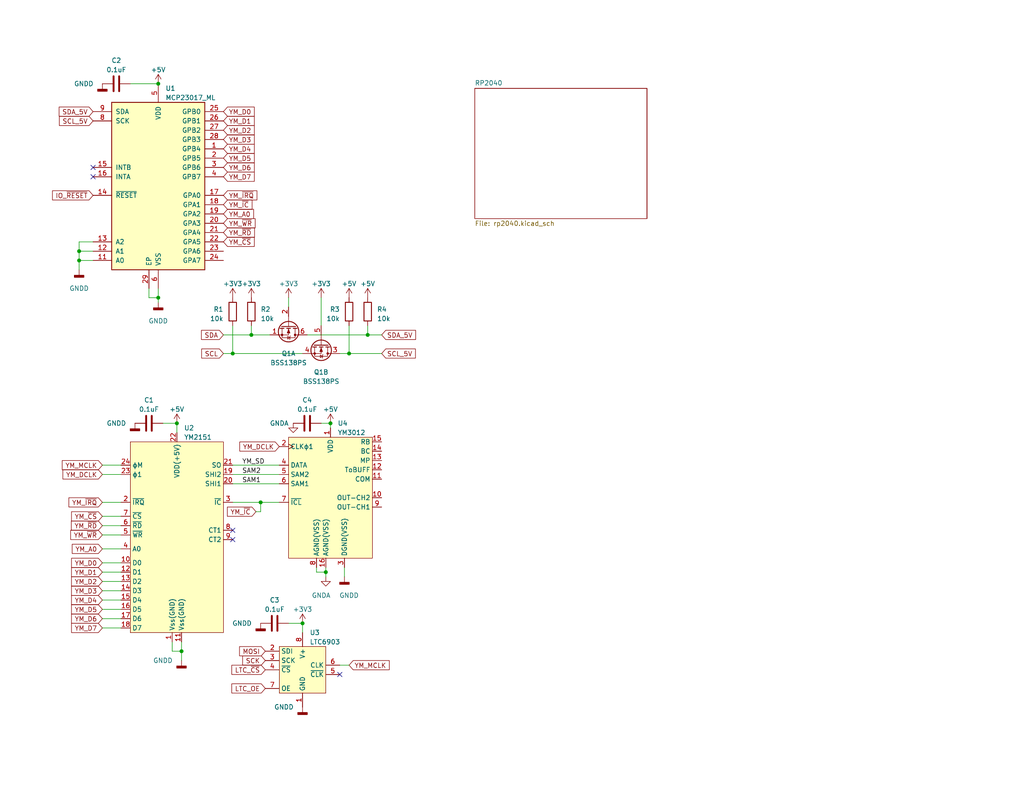
<source format=kicad_sch>
(kicad_sch (version 20230121) (generator eeschema)
  (paper "USLetter")
  (lib_symbols
    (symbol "Device:C" (pin_numbers hide) (pin_names (offset 0.254))
      (property "Reference" "C" (at 0.635 2.54 0))
      (property "Value" "C" (at 0.635 -2.54 0))
      (symbol "C_0_1"
        (polyline (pts (xy -2.032 -0.762) (xy 2.032 -0.762)) (stroke (width 0.508)))
        (polyline (pts (xy -2.032 0.762) (xy 2.032 0.762)) (stroke (width 0.508)))
      )
      (symbol "C_1_1"
        (pin passive line (at 0 3.81 270) (length 2.794) (name "~") (number "1"))
        (pin passive line (at 0 -3.81 90) (length 2.794) (name "~") (number "2"))
      )
    )
    (symbol "Device:R" (pin_numbers hide) (pin_names (offset 0))
      (property "Reference" "R" (at 2.032 0 90))
      (property "Value" "R" (at 0 0 90))
      (symbol "R_0_1"
        (rectangle (start -1.016 -2.54) (end 1.016 2.54) (stroke (width 0.254)))
      )
      (symbol "R_1_1"
        (pin passive line (at 0 3.81 270) (length 1.27) (name "~") (number "1"))
        (pin passive line (at 0 -3.81 90) (length 1.27) (name "~") (number "2"))
      )
    )
    (symbol "Interface_Expansion:MCP23017_ML" (pin_names (offset 1.016))
      (property "Reference" "U" (at -11.43 24.13 0))
      (property "Value" "MCP23017_ML" (at 0 0 0))
      (symbol "MCP23017_ML_0_1"
        (rectangle (start -12.7 22.86) (end 12.7 -22.86) (stroke (width 0.254)) (fill (type background)))
      )
      (symbol "MCP23017_ML_1_1"
        (pin bidirectional line (at 17.78 10.16 180) (length 5.08) (name "GPB4") (number "1"))
        (pin no_connect line (at -12.7 12.7 0) (length 5.08) hide (name "NC") (number "10"))
        (pin input line (at -17.78 -20.32 0) (length 5.08) (name "A0") (number "11"))
        (pin input line (at -17.78 -17.78 0) (length 5.08) (name "A1") (number "12"))
        (pin input line (at -17.78 -15.24 0) (length 5.08) (name "A2") (number "13"))
        (pin input line (at -17.78 -2.54 0) (length 5.08) (name "~{RESET}") (number "14"))
        (pin tri_state line (at -17.78 5.08 0) (length 5.08) (name "INTB") (number "15"))
        (pin tri_state line (at -17.78 2.54 0) (length 5.08) (name "INTA") (number "16"))
        (pin bidirectional line (at 17.78 -2.54 180) (length 5.08) (name "GPA0") (number "17"))
        (pin bidirectional line (at 17.78 -5.08 180) (length 5.08) (name "GPA1") (number "18"))
        (pin bidirectional line (at 17.78 -7.62 180) (length 5.08) (name "GPA2") (number "19"))
        (pin bidirectional line (at 17.78 7.62 180) (length 5.08) (name "GPB5") (number "2"))
        (pin bidirectional line (at 17.78 -10.16 180) (length 5.08) (name "GPA3") (number "20"))
        (pin bidirectional line (at 17.78 -12.7 180) (length 5.08) (name "GPA4") (number "21"))
        (pin bidirectional line (at 17.78 -15.24 180) (length 5.08) (name "GPA5") (number "22"))
        (pin bidirectional line (at 17.78 -17.78 180) (length 5.08) (name "GPA6") (number "23"))
        (pin bidirectional line (at 17.78 -20.32 180) (length 5.08) (name "GPA7") (number "24"))
        (pin bidirectional line (at 17.78 20.32 180) (length 5.08) (name "GPB0") (number "25"))
        (pin bidirectional line (at 17.78 17.78 180) (length 5.08) (name "GPB1") (number "26"))
        (pin bidirectional line (at 17.78 15.24 180) (length 5.08) (name "GPB2") (number "27"))
        (pin bidirectional line (at 17.78 12.7 180) (length 5.08) (name "GPB3") (number "28"))
        (pin passive line (at -2.54 -27.94 90) (length 5.08) (name "EP") (number "29"))
        (pin bidirectional line (at 17.78 5.08 180) (length 5.08) (name "GPB6") (number "3"))
        (pin bidirectional line (at 17.78 2.54 180) (length 5.08) (name "GPB7") (number "4"))
        (pin power_in line (at 0 27.94 270) (length 5.08) (name "VDD") (number "5"))
        (pin power_in line (at 0 -27.94 90) (length 5.08) (name "VSS") (number "6"))
        (pin no_connect line (at -12.7 15.24 0) (length 5.08) hide (name "NC") (number "7"))
        (pin input line (at -17.78 17.78 0) (length 5.08) (name "SCK") (number "8"))
        (pin bidirectional line (at -17.78 20.32 0) (length 5.08) (name "SDA") (number "9"))
      )
    )
    (symbol "gb_board_lib:BSS138PS" (pin_names hide)
      (property "Reference" "Q" (at 5.08 1.905 0))
      (property "Value" "BSS138PS" (at 5.08 0 0))
      (symbol "BSS138PS_0_1"
        (polyline (pts (xy 0.254 0) (xy -2.54 0)))
        (polyline (pts (xy 0.254 1.905) (xy 0.254 -1.905)) (stroke (width 0.254)))
        (polyline (pts (xy 0.762 -1.27) (xy 0.762 -2.286)) (stroke (width 0.254)))
        (polyline (pts (xy 0.762 0.508) (xy 0.762 -0.508)) (stroke (width 0.254)))
        (polyline (pts (xy 0.762 2.286) (xy 0.762 1.27)) (stroke (width 0.254)))
        (polyline (pts (xy 2.54 2.54) (xy 2.54 1.778)))
        (polyline (pts (xy 2.54 -2.54) (xy 2.54 0) (xy 0.762 0)))
        (polyline (pts (xy 0.762 -1.778) (xy 3.302 -1.778) (xy 3.302 1.778) (xy 0.762 1.778)))
        (polyline (pts (xy 1.016 0) (xy 2.032 0.381) (xy 2.032 -0.381) (xy 1.016 0)) (fill (type outline)))
        (polyline (pts (xy 2.794 0.508) (xy 2.921 0.381) (xy 3.683 0.381) (xy 3.81 0.254)))
        (polyline (pts (xy 3.302 0.381) (xy 2.921 -0.254) (xy 3.683 -0.254) (xy 3.302 0.381)))
        (circle (center 1.651 0) (radius 2.794) (stroke (width 0.254)))
        (circle (center 2.54 -1.778) (radius 0.254) (fill (type outline)))
        (circle (center 2.54 1.778) (radius 0.254) (fill (type outline)))
      )
      (symbol "BSS138PS_1_1"
        (pin passive line (at 2.54 -5.08 90) (length 2.54) (name "S1") (number "1"))
        (pin input line (at -5.08 0 0) (length 2.54) (name "G1") (number "2"))
        (pin passive line (at 2.54 5.08 270) (length 2.54) (name "D1") (number "6"))
      )
      (symbol "BSS138PS_2_1"
        (pin passive line (at 2.54 5.08 270) (length 2.54) (name "D2") (number "3"))
        (pin passive line (at 2.54 -5.08 90) (length 2.54) (name "S2") (number "4"))
        (pin input line (at -5.08 0 0) (length 2.54) (name "G2") (number "5"))
      )
    )
    (symbol "power:+3V3" (power) (pin_names (offset 0))
      (property "Value" "+3V3" (at 0 3.556 0))
      (symbol "+3V3_0_1"
        (polyline (pts (xy -0.762 1.27) (xy 0 2.54)))
        (polyline (pts (xy 0 0) (xy 0 2.54)))
        (polyline (pts (xy 0 2.54) (xy 0.762 1.27)))
      )
      (symbol "+3V3_1_1"
        (pin power_in line (at 0 0 90) (length 0) hide (name "+3V3") (number "1"))
      )
    )
    (symbol "power:+5V" (power) (pin_names (offset 0))
      (property "Value" "+5V" (at 0 3.556 0))
      (symbol "+5V_0_1"
        (polyline (pts (xy -0.762 1.27) (xy 0 2.54)))
        (polyline (pts (xy 0 0) (xy 0 2.54)))
        (polyline (pts (xy 0 2.54) (xy 0.762 1.27)))
      )
      (symbol "+5V_1_1"
        (pin power_in line (at 0 0 90) (length 0) hide (name "+5V") (number "1"))
      )
    )
    (symbol "power:GNDA" (power) (pin_names (offset 0))
      (property "Value" "GNDA" (at 0 -3.81 0))
      (symbol "GNDA_0_1"
        (polyline (pts (xy 0 0) (xy 0 -1.27) (xy 1.27 -1.27) (xy 0 -2.54) (xy -1.27 -1.27) (xy 0 -1.27)))
      )
      (symbol "GNDA_1_1"
        (pin power_in line (at 0 0 270) (length 0) hide (name "GNDA") (number "1"))
      )
    )
    (symbol "power:GNDD" (power) (pin_names (offset 0))
      (property "Value" "GNDD" (at 0 -3.175 0))
      (symbol "GNDD_0_1"
        (rectangle (start -1.27 -1.524) (end 1.27 -2.032) (stroke (width 0.254)) (fill (type outline)))
        (polyline (pts (xy 0 0) (xy 0 -1.524)))
      )
      (symbol "GNDD_1_1"
        (pin power_in line (at 0 0 270) (length 0) hide (name "GNDD") (number "1"))
      )
    )
    (symbol "vgmplayer:LTC6903"
      (property "Reference" "U" (at -5.715 7.62 0))
      (property "Value" "LTC6903" (at 5.715 7.62 0))
      (symbol "LTC6903_0_1"
        (rectangle (start -6.35 6.35) (end 6.35 -6.35) (fill (type background)))
      )
      (symbol "LTC6903_1_1"
        (pin power_in line (at 0 -10.16 90) (length 3.81) (name "GND") (number "1"))
        (pin input line (at -10.16 5.08 0) (length 3.81) (name "SDI") (number "2"))
        (pin input line (at -10.16 2.54 0) (length 3.81) (name "SCK") (number "3"))
        (pin input line (at -10.16 0 0) (length 3.81) (name "~{CS}") (number "4"))
        (pin output line (at 10.16 -1.27 180) (length 3.81) (name "~{CLK}") (number "5"))
        (pin output line (at 10.16 1.27 180) (length 3.81) (name "CLK") (number "6"))
        (pin input line (at -10.16 -5.08 0) (length 3.81) (name "OE") (number "7"))
        (pin power_in line (at 0 10.16 270) (length 3.81) (name "V+") (number "8"))
      )
    )
    (symbol "vgmplayer:YM2151"
      (property "Reference" "U" (at -11.43 25.4 0))
      (property "Value" "YM2151" (at 8.89 25.4 0))
      (symbol "YM2151_0_1"
        (rectangle (start -12.7 24.13) (end 12.7 -27.94) (fill (type background)))
      )
      (symbol "YM2151_1_1"
        (pin power_in line (at -1.27 -30.48 90) (length 2.54) (name "Vss(GND)") (number "1"))
        (pin bidirectional line (at -15.24 -8.89 0) (length 2.54) (name "D0") (number "10"))
        (pin power_in line (at 1.27 -30.48 90) (length 2.54) (name "Vss(GND)") (number "11"))
        (pin bidirectional line (at -15.24 -11.43 0) (length 2.54) (name "D1") (number "12"))
        (pin bidirectional line (at -15.24 -13.97 0) (length 2.54) (name "D2") (number "13"))
        (pin bidirectional line (at -15.24 -16.51 0) (length 2.54) (name "D3") (number "14"))
        (pin bidirectional line (at -15.24 -19.05 0) (length 2.54) (name "D4") (number "15"))
        (pin bidirectional line (at -15.24 -21.59 0) (length 2.54) (name "D5") (number "16"))
        (pin bidirectional line (at -15.24 -24.13 0) (length 2.54) (name "D6") (number "17"))
        (pin bidirectional line (at -15.24 -26.67 0) (length 2.54) (name "D7") (number "18"))
        (pin output line (at 15.24 15.24 180) (length 2.54) (name "SHI2") (number "19"))
        (pin open_collector line (at -15.24 7.62 0) (length 2.54) (name "~{IRQ}") (number "2"))
        (pin output line (at 15.24 12.7 180) (length 2.54) (name "SHI1") (number "20"))
        (pin output line (at 15.24 17.78 180) (length 2.54) (name "SO") (number "21"))
        (pin power_in line (at 0 26.67 270) (length 2.54) (name "VDD(+5V)") (number "22"))
        (pin output line (at -15.24 15.24 0) (length 2.54) (name "ϕ1") (number "23"))
        (pin input line (at -15.24 17.78 0) (length 2.54) (name "ϕM") (number "24"))
        (pin input line (at 15.24 7.62 180) (length 2.54) (name "~{IC}") (number "3"))
        (pin input line (at -15.24 -5.08 0) (length 2.54) (name "A0") (number "4"))
        (pin input line (at -15.24 -1.27 0) (length 2.54) (name "~{WR}") (number "5"))
        (pin input line (at -15.24 1.27 0) (length 2.54) (name "~{RD}") (number "6"))
        (pin input line (at -15.24 3.81 0) (length 2.54) (name "~{CS}") (number "7"))
        (pin output line (at 15.24 0 180) (length 2.54) (name "CT1") (number "8"))
        (pin output line (at 15.24 -2.54 180) (length 2.54) (name "CT2") (number "9"))
      )
    )
    (symbol "vgmplayer:YM3012"
      (property "Reference" "U" (at -10.16 16.51 0))
      (property "Value" "YM3012" (at 7.62 16.51 0))
      (symbol "YM3012_0_1"
        (rectangle (start -11.43 15.24) (end 11.43 -17.78) (fill (type background)))
      )
      (symbol "YM3012_1_1"
        (pin power_in line (at 0 17.78 270) (length 2.54) (name "VDD") (number "1"))
        (pin output line (at 13.97 -1.27 180) (length 2.54) (name "OUT-CH2") (number "10"))
        (pin input line (at 13.97 3.81 180) (length 2.54) (name "COM") (number "11"))
        (pin output line (at 13.97 6.35 180) (length 2.54) (name "ToBUFF") (number "12"))
        (pin input line (at 13.97 8.89 180) (length 2.54) (name "MP") (number "13"))
        (pin output line (at 13.97 11.43 180) (length 2.54) (name "BC") (number "14"))
        (pin power_out line (at 13.97 13.97 180) (length 2.54) (name "RB") (number "15"))
        (pin power_in line (at -1.27 -20.32 90) (length 2.54) (name "AGND(VSS)") (number "16"))
        (pin input clock (at -13.97 12.7 0) (length 2.54) (name "CLKϕ1") (number "2"))
        (pin power_in line (at 3.81 -20.32 90) (length 2.54) (name "DGND(VSS)") (number "3"))
        (pin input line (at -13.97 7.62 0) (length 2.54) (name "DATA") (number "4"))
        (pin input line (at -13.97 5.08 0) (length 2.54) (name "SAM2") (number "5"))
        (pin input line (at -13.97 2.54 0) (length 2.54) (name "SAM1") (number "6"))
        (pin input line (at -13.97 -2.54 0) (length 2.54) (name "~{ICL}") (number "7"))
        (pin power_in line (at -3.81 -20.32 90) (length 2.54) (name "AGND(VSS)") (number "8"))
        (pin output line (at 13.97 -3.81 180) (length 2.54) (name "OUT-CH1") (number "9"))
      )
    )
  )
  (junction (at 48.26 115.57))
  (junction (at 63.5 96.52))
  (junction (at 68.58 91.44))
  (junction (at 21.59 71.12))
  (junction (at 21.59 68.58))
  (junction (at 90.17 115.57))
  (junction (at 88.9 156.21))
  (junction (at 100.33 91.44))
  (junction (at 82.55 170.18))
  (junction (at 43.18 81.28))
  (junction (at 95.25 96.52))
  (junction (at 49.53 177.8))
  (junction (at 71.12 137.16))
  (junction (at 43.18 22.86))
  (no_connect (at 92.71 184.15))
  (no_connect (at 63.5 144.78))
  (no_connect (at 25.4 48.26))
  (no_connect (at 25.4 45.72))
  (no_connect (at 63.5 147.32))
  (wire (pts (xy 68.58 91.44) (xy 73.66 91.44)))
  (wire (pts (xy 63.5 137.16) (xy 71.12 137.16)))
  (wire (pts (xy 27.94 161.29) (xy 33.02 161.29)))
  (wire (pts (xy 27.94 158.75) (xy 33.02 158.75)))
  (wire (pts (xy 100.33 88.9) (xy 100.33 91.44)))
  (wire (pts (xy 71.12 137.16) (xy 71.12 139.7)))
  (wire (pts (xy 63.5 88.9) (xy 63.5 96.52)))
  (wire (pts (xy 88.9 156.21) (xy 88.9 157.48)))
  (wire (pts (xy 25.4 66.04) (xy 21.59 66.04)))
  (wire (pts (xy 92.71 181.61) (xy 95.25 181.61)))
  (wire (pts (xy 46.99 175.26) (xy 46.99 177.8)))
  (wire (pts (xy 83.82 91.44) (xy 100.33 91.44)))
  (wire (pts (xy 78.74 81.28) (xy 78.74 83.82)))
  (wire (pts (xy 71.12 137.16) (xy 76.2 137.16)))
  (wire (pts (xy 27.94 137.16) (xy 33.02 137.16)))
  (wire (pts (xy 43.18 81.28) (xy 43.18 82.55)))
  (wire (pts (xy 88.9 154.94) (xy 88.9 156.21)))
  (wire (pts (xy 27.94 171.45) (xy 33.02 171.45)))
  (wire (pts (xy 27.94 168.91) (xy 33.02 168.91)))
  (wire (pts (xy 63.5 127) (xy 76.2 127)))
  (wire (pts (xy 60.96 96.52) (xy 63.5 96.52)))
  (wire (pts (xy 27.94 129.54) (xy 33.02 129.54)))
  (wire (pts (xy 60.96 91.44) (xy 68.58 91.44)))
  (wire (pts (xy 95.25 88.9) (xy 95.25 96.52)))
  (wire (pts (xy 63.5 132.08) (xy 76.2 132.08)))
  (wire (pts (xy 44.45 115.57) (xy 48.26 115.57)))
  (wire (pts (xy 27.94 143.51) (xy 33.02 143.51)))
  (wire (pts (xy 92.71 96.52) (xy 95.25 96.52)))
  (wire (pts (xy 82.55 170.18) (xy 82.55 172.72)))
  (wire (pts (xy 78.74 170.18) (xy 82.55 170.18)))
  (wire (pts (xy 40.64 78.74) (xy 40.64 81.28)))
  (wire (pts (xy 40.64 81.28) (xy 43.18 81.28)))
  (wire (pts (xy 25.4 71.12) (xy 21.59 71.12)))
  (wire (pts (xy 27.94 163.83) (xy 33.02 163.83)))
  (wire (pts (xy 35.56 22.86) (xy 43.18 22.86)))
  (wire (pts (xy 87.63 81.28) (xy 87.63 88.9)))
  (wire (pts (xy 90.17 115.57) (xy 90.17 116.84)))
  (wire (pts (xy 27.94 166.37) (xy 33.02 166.37)))
  (wire (pts (xy 27.94 149.86) (xy 33.02 149.86)))
  (wire (pts (xy 46.99 177.8) (xy 49.53 177.8)))
  (wire (pts (xy 68.58 88.9) (xy 68.58 91.44)))
  (wire (pts (xy 27.94 127) (xy 33.02 127)))
  (wire (pts (xy 48.26 115.57) (xy 48.26 118.11)))
  (wire (pts (xy 27.94 146.05) (xy 33.02 146.05)))
  (wire (pts (xy 63.5 129.54) (xy 76.2 129.54)))
  (wire (pts (xy 69.85 139.7) (xy 71.12 139.7)))
  (wire (pts (xy 27.94 156.21) (xy 33.02 156.21)))
  (wire (pts (xy 86.36 154.94) (xy 86.36 156.21)))
  (wire (pts (xy 95.25 96.52) (xy 104.14 96.52)))
  (wire (pts (xy 25.4 68.58) (xy 21.59 68.58)))
  (wire (pts (xy 63.5 96.52) (xy 82.55 96.52)))
  (wire (pts (xy 27.94 140.97) (xy 33.02 140.97)))
  (wire (pts (xy 49.53 177.8) (xy 49.53 180.34)))
  (wire (pts (xy 27.94 153.67) (xy 33.02 153.67)))
  (wire (pts (xy 100.33 91.44) (xy 104.14 91.44)))
  (wire (pts (xy 21.59 66.04) (xy 21.59 68.58)))
  (wire (pts (xy 86.36 156.21) (xy 88.9 156.21)))
  (wire (pts (xy 49.53 175.26) (xy 49.53 177.8)))
  (wire (pts (xy 43.18 78.74) (xy 43.18 81.28)))
  (wire (pts (xy 21.59 71.12) (xy 21.59 73.66)))
  (wire (pts (xy 93.98 154.94) (xy 93.98 157.48)))
  (wire (pts (xy 87.63 115.57) (xy 90.17 115.57)))
  (wire (pts (xy 21.59 68.58) (xy 21.59 71.12)))
  (label "SAM2" (at 66.04 129.54 0))
  (label "SAM1" (at 66.04 132.08 0))
  (label "YM_SD" (at 66.04 127 0))
  (global_label "SCL_5V" (shape input) (at 25.4 33.02 180) (property "Intersheetrefs" "${INTERSHEET_REFS}" (effects hide)))
  (global_label "YM_D4" (shape input) (at 27.94 163.83 180) (property "Intersheetrefs" "${INTERSHEET_REFS}" (effects hide)))
  (global_label "YM_D3" (shape input) (at 27.94 161.29 180) (property "Intersheetrefs" "${INTERSHEET_REFS}" (effects hide)))
  (global_label "YM_~{IRQ}" (shape input) (at 27.94 137.16 180) (property "Intersheetrefs" "${INTERSHEET_REFS}" (effects hide)))
  (global_label "YM_D1" (shape input) (at 27.94 156.21 180) (property "Intersheetrefs" "${INTERSHEET_REFS}" (effects hide)))
  (global_label "YM_D4" (shape input) (at 60.96 40.64 0) (property "Intersheetrefs" "${INTERSHEET_REFS}" (effects hide)))
  (global_label "YM_D1" (shape input) (at 60.96 33.02 0) (property "Intersheetrefs" "${INTERSHEET_REFS}" (effects hide)))
  (global_label "YM_~{IRQ}" (shape input) (at 60.96 53.34 0) (property "Intersheetrefs" "${INTERSHEET_REFS}" (effects hide)))
  (global_label "YM_MCLK" (shape input) (at 27.94 127 180) (property "Intersheetrefs" "${INTERSHEET_REFS}" (effects hide)))
  (global_label "LTC_~{CS}" (shape input) (at 72.39 182.88 180) (property "Intersheetrefs" "${INTERSHEET_REFS}" (effects hide)))
  (global_label "SCL_5V" (shape input) (at 104.14 96.52 0) (property "Intersheetrefs" "${INTERSHEET_REFS}" (effects hide)))
  (global_label "YM_D7" (shape input) (at 27.94 171.45 180) (property "Intersheetrefs" "${INTERSHEET_REFS}" (effects hide)))
  (global_label "YM_~{WR}" (shape input) (at 60.96 60.96 0) (property "Intersheetrefs" "${INTERSHEET_REFS}" (effects hide)))
  (global_label "SDA_5V" (shape input) (at 104.14 91.44 0) (property "Intersheetrefs" "${INTERSHEET_REFS}" (effects hide)))
  (global_label "YM_~{CS}" (shape input) (at 27.94 140.97 180) (property "Intersheetrefs" "${INTERSHEET_REFS}" (effects hide)))
  (global_label "YM_~{WR}" (shape input) (at 27.94 146.05 180) (property "Intersheetrefs" "${INTERSHEET_REFS}" (effects hide)))
  (global_label "YM_D2" (shape input) (at 60.96 35.56 0) (property "Intersheetrefs" "${INTERSHEET_REFS}" (effects hide)))
  (global_label "YM_D6" (shape input) (at 27.94 168.91 180) (property "Intersheetrefs" "${INTERSHEET_REFS}" (effects hide)))
  (global_label "LTC_OE" (shape input) (at 72.39 187.96 180) (property "Intersheetrefs" "${INTERSHEET_REFS}" (effects hide)))
  (global_label "YM_D0" (shape input) (at 60.96 30.48 0) (property "Intersheetrefs" "${INTERSHEET_REFS}" (effects hide)))
  (global_label "YM_A0" (shape input) (at 60.96 58.42 0) (property "Intersheetrefs" "${INTERSHEET_REFS}" (effects hide)))
  (global_label "YM_D5" (shape input) (at 27.94 166.37 180) (property "Intersheetrefs" "${INTERSHEET_REFS}" (effects hide)))
  (global_label "YM_A0" (shape input) (at 27.94 149.86 180) (property "Intersheetrefs" "${INTERSHEET_REFS}" (effects hide)))
  (global_label "YM_D5" (shape input) (at 60.96 43.18 0) (property "Intersheetrefs" "${INTERSHEET_REFS}" (effects hide)))
  (global_label "YM_D6" (shape input) (at 60.96 45.72 0) (property "Intersheetrefs" "${INTERSHEET_REFS}" (effects hide)))
  (global_label "SCL" (shape input) (at 60.96 96.52 180) (property "Intersheetrefs" "${INTERSHEET_REFS}" (effects hide)))
  (global_label "SDA" (shape input) (at 60.96 91.44 180) (property "Intersheetrefs" "${INTERSHEET_REFS}" (effects hide)))
  (global_label "YM_~{IC}" (shape input) (at 60.96 55.88 0) (property "Intersheetrefs" "${INTERSHEET_REFS}" (effects hide)))
  (global_label "YM_D0" (shape input) (at 27.94 153.67 180) (property "Intersheetrefs" "${INTERSHEET_REFS}" (effects hide)))
  (global_label "MOSI" (shape input) (at 72.39 177.8 180) (property "Intersheetrefs" "${INTERSHEET_REFS}" (effects hide)))
  (global_label "YM_D2" (shape input) (at 27.94 158.75 180) (property "Intersheetrefs" "${INTERSHEET_REFS}" (effects hide)))
  (global_label "YM_D7" (shape input) (at 60.96 48.26 0) (property "Intersheetrefs" "${INTERSHEET_REFS}" (effects hide)))
  (global_label "YM_~{CS}" (shape input) (at 60.96 66.04 0) (property "Intersheetrefs" "${INTERSHEET_REFS}" (effects hide)))
  (global_label "YM_DCLK" (shape input) (at 76.2 121.92 180) (property "Intersheetrefs" "${INTERSHEET_REFS}" (effects hide)))
  (global_label "YM_~{IC}" (shape input) (at 69.85 139.7 180) (property "Intersheetrefs" "${INTERSHEET_REFS}" (effects hide)))
  (global_label "YM_~{RD}" (shape input) (at 27.94 143.51 180) (property "Intersheetrefs" "${INTERSHEET_REFS}" (effects hide)))
  (global_label "YM_~{RD}" (shape input) (at 60.96 63.5 0) (property "Intersheetrefs" "${INTERSHEET_REFS}" (effects hide)))
  (global_label "YM_MCLK" (shape input) (at 95.25 181.61 0) (property "Intersheetrefs" "${INTERSHEET_REFS}" (effects hide)))
  (global_label "SCK" (shape input) (at 72.39 180.34 180) (property "Intersheetrefs" "${INTERSHEET_REFS}" (effects hide)))
  (global_label "IO_~{RESET}" (shape input) (at 25.4 53.34 180) (property "Intersheetrefs" "${INTERSHEET_REFS}" (effects hide)))
  (global_label "SDA_5V" (shape input) (at 25.4 30.48 180) (property "Intersheetrefs" "${INTERSHEET_REFS}" (effects hide)))
  (global_label "YM_D3" (shape input) (at 60.96 38.1 0) (property "Intersheetrefs" "${INTERSHEET_REFS}" (effects hide)))
  (global_label "YM_DCLK" (shape input) (at 27.94 129.54 180) (property "Intersheetrefs" "${INTERSHEET_REFS}" (effects hide)))
  (symbol (lib_id "power:+5V") (at 95.25 81.28 0) (unit 1)
    (property "Reference" "#PWR019" (effects hide))
    (property "Value" "+5V" (at 95.25 77.47 0))
  )
  (symbol (lib_id "power:+3V3") (at 82.55 170.18 0) (unit 1)
    (property "Reference" "#PWR013" (effects hide))
    (property "Value" "+3V3" (at 82.55 166.37 0))
  )
  (symbol (lib_id "Device:C") (at 40.64 115.57 270) (unit 1)
    (property "Reference" "C1" (at 40.64 109.22 90))
    (property "Value" "0.1uF" (at 40.64 111.76 90))
    (property "Footprint" "Capacitor_SMD:C_0402_1005Metric" (effects hide))
  )
  (symbol (lib_id "power:+3V3") (at 63.5 81.28 0) (unit 1)
    (property "Reference" "#PWR08" (effects hide))
    (property "Value" "+3V3" (at 63.5 77.47 0))
  )
  (symbol (lib_id "Device:C") (at 74.93 170.18 270) (unit 1)
    (property "Reference" "C3" (at 74.93 163.83 90))
    (property "Value" "0.1uF" (at 74.93 166.37 90))
    (property "Footprint" "Capacitor_SMD:C_0402_1005Metric" (effects hide))
  )
  (symbol (lib_id "power:+5V") (at 100.33 81.28 0) (unit 1)
    (property "Reference" "#PWR020" (effects hide))
    (property "Value" "+5V" (at 100.33 77.47 0))
  )
  (symbol (lib_id "Device:C") (at 83.82 115.57 270) (unit 1)
    (property "Reference" "C4" (at 83.82 109.22 90))
    (property "Value" "0.1uF" (at 83.82 111.76 90))
    (property "Footprint" "Capacitor_SMD:C_0402_1005Metric" (effects hide))
  )
  (symbol (lib_id "power:+5V") (at 43.18 22.86 0) (unit 1)
    (property "Reference" "#PWR04" (effects hide))
    (property "Value" "+5V" (at 43.18 19.05 0))
  )
  (symbol (lib_id "vgmplayer:LTC6903") (at 82.55 182.88 0) (unit 1)
    (property "Reference" "U3" (at 84.5059 172.72 0) (effects (justify left)))
    (property "Value" "LTC6903" (at 84.5059 175.26 0) (effects (justify left)))
    (property "Footprint" "Package_DIP:DIP-8_W7.62mm_Socket" (effects hide))
  )
  (symbol (lib_id "power:+3V3") (at 68.58 81.28 0) (unit 1)
    (property "Reference" "#PWR09" (effects hide))
    (property "Value" "+3V3" (at 68.58 77.47 0))
  )
  (symbol (lib_id "Device:R") (at 100.33 85.09 0) (mirror y) (unit 1)
    (property "Reference" "R4" (at 102.87 84.455 0) (effects (justify right)))
    (property "Value" "10k" (at 102.87 86.995 0) (effects (justify right)))
    (property "Footprint" "Resistor_SMD:R_0402_1005Metric" (effects hide))
  )
  (symbol (lib_id "Device:R") (at 95.25 85.09 0) (unit 1)
    (property "Reference" "R3" (at 92.71 84.455 0) (effects (justify right)))
    (property "Value" "10k" (at 92.71 86.995 0) (effects (justify right)))
    (property "Footprint" "Resistor_SMD:R_0402_1005Metric" (effects hide))
  )
  (symbol (lib_id "vgmplayer:YM3012") (at 90.17 134.62 0) (unit 1)
    (property "Reference" "U4" (at 92.1259 115.57 0) (effects (justify left)))
    (property "Value" "YM3012" (at 92.1259 118.11 0) (effects (justify left)))
    (property "Footprint" "Package_DIP:DIP-16_W7.62mm_Socket" (effects hide))
    (property "Datasheet" "file:///mnt/hdd/Projects/ym2151/YM3012.pdf" (effects hide))
  )
  (symbol (lib_id "power:GNDD") (at 27.94 22.86 0) (unit 1)
    (property "Reference" "#PWR02" (effects hide))
    (property "Value" "GNDD" (at 22.86 22.86 0))
  )
  (symbol (lib_id "power:GNDD") (at 43.18 82.55 0) (unit 1)
    (property "Reference" "#PWR05" (effects hide))
    (property "Value" "GNDD" (at 43.18 87.63 0))
  )
  (symbol (lib_id "power:GNDD") (at 71.12 170.18 0) (unit 1)
    (property "Reference" "#PWR010" (effects hide))
    (property "Value" "GNDD" (at 66.04 170.18 0))
  )
  (symbol (lib_id "vgmplayer:YM2151") (at 48.26 144.78 0) (unit 1)
    (property "Reference" "U2" (at 50.2159 116.84 0) (effects (justify left)))
    (property "Value" "YM2151" (at 50.2159 119.38 0) (effects (justify left)))
    (property "Footprint" "Package_DIP:DIP-24_W15.24mm_Socket" (effects hide))
    (property "Datasheet" "file:///mnt/hdd/Projects/ym2151/YM2151.PDF" (effects hide))
  )
  (symbol (lib_id "power:+3V3") (at 87.63 81.28 0) (unit 1)
    (property "Reference" "#PWR015" (effects hide))
    (property "Value" "+3V3" (at 87.63 77.47 0))
  )
  (symbol (lib_id "gb_board_lib:BSS138PS") (at 87.63 93.98 270) (unit 2)
    (property "Reference" "Q1" (at 87.63 101.6 90))
    (property "Value" "BSS138PS" (at 87.63 104.14 90))
    (property "Footprint" "Package_TO_SOT_SMD:SOT-363_SC-70-6" (effects hide))
    (property "Datasheet" "https://assets.nexperia.com/documents/data-sheet/BSS138PS.pdf" (effects hide))
  )
  (symbol (lib_id "Device:C") (at 31.75 22.86 270) (unit 1)
    (property "Reference" "C2" (at 31.75 16.51 90))
    (property "Value" "0.1uF" (at 31.75 19.05 90))
    (property "Footprint" "Capacitor_SMD:C_0402_1005Metric" (effects hide))
  )
  (symbol (lib_id "power:GNDD") (at 49.53 180.34 0) (unit 1)
    (property "Reference" "#PWR07" (effects hide))
    (property "Value" "GNDD" (at 44.45 180.34 0))
  )
  (symbol (lib_id "gb_board_lib:BSS138PS") (at 78.74 88.9 270) (unit 1)
    (property "Reference" "Q1" (at 78.74 96.52 90))
    (property "Value" "BSS138PS" (at 78.74 99.06 90))
    (property "Footprint" "Package_TO_SOT_SMD:SOT-363_SC-70-6" (effects hide))
    (property "Datasheet" "https://assets.nexperia.com/documents/data-sheet/BSS138PS.pdf" (effects hide))
  )
  (symbol (lib_id "power:GNDA") (at 88.9 157.48 0) (unit 1)
    (property "Reference" "#PWR016" (effects hide))
    (property "Value" "GNDA" (at 87.63 162.56 0))
  )
  (symbol (lib_id "power:GNDA") (at 80.01 115.57 0) (unit 1)
    (property "Reference" "#PWR012" (effects hide))
    (property "Value" "GNDA" (at 76.2 115.57 0))
  )
  (symbol (lib_id "power:GNDD") (at 82.55 193.04 0) (unit 1)
    (property "Reference" "#PWR014" (effects hide))
    (property "Value" "GNDD" (at 77.47 193.04 0))
  )
  (symbol (lib_id "power:+5V") (at 90.17 115.57 0) (unit 1)
    (property "Reference" "#PWR017" (effects hide))
    (property "Value" "+5V" (at 90.17 111.76 0))
  )
  (symbol (lib_id "power:+3V3") (at 78.74 81.28 0) (unit 1)
    (property "Reference" "#PWR011" (effects hide))
    (property "Value" "+3V3" (at 78.74 77.47 0))
  )
  (symbol (lib_id "power:GNDD") (at 21.59 73.66 0) (unit 1)
    (property "Reference" "#PWR01" (effects hide))
    (property "Value" "GNDD" (at 21.59 78.74 0))
  )
  (symbol (lib_id "Device:R") (at 68.58 85.09 0) (mirror y) (unit 1)
    (property "Reference" "R2" (at 71.12 84.455 0) (effects (justify right)))
    (property "Value" "10k" (at 71.12 86.995 0) (effects (justify right)))
    (property "Footprint" "Resistor_SMD:R_0402_1005Metric" (effects hide))
  )
  (symbol (lib_id "Interface_Expansion:MCP23017_ML") (at 43.18 50.8 0) (unit 1)
    (property "Reference" "U1" (at 45.1359 24.13 0) (effects (justify left)))
    (property "Value" "MCP23017_ML" (at 45.1359 26.67 0) (effects (justify left)))
    (property "Footprint" "Package_DFN_QFN:QFN-28-1EP_6x6mm_P0.65mm_EP4.25x4.25mm" (effects hide))
    (property "Datasheet" "http://ww1.microchip.com/downloads/en/DeviceDoc/20001952C.pdf" (effects hide))
  )
  (symbol (lib_id "power:GNDD") (at 36.83 115.57 0) (unit 1)
    (property "Reference" "#PWR03" (effects hide))
    (property "Value" "GNDD" (at 31.75 115.57 0))
  )
  (symbol (lib_id "power:+5V") (at 48.26 115.57 0) (unit 1)
    (property "Reference" "#PWR06" (effects hide))
    (property "Value" "+5V" (at 48.26 111.76 0))
  )
  (symbol (lib_id "power:GNDD") (at 93.98 157.48 0) (unit 1)
    (property "Reference" "#PWR018" (effects hide))
    (property "Value" "GNDD" (at 95.25 162.56 0))
  )
  (symbol (lib_id "Device:R") (at 63.5 85.09 0) (unit 1)
    (property "Reference" "R1" (at 60.96 84.455 0) (effects (justify right)))
    (property "Value" "10k" (at 60.96 86.995 0) (effects (justify right)))
    (property "Footprint" "Resistor_SMD:R_0402_1005Metric" (effects hide))
  )
  (sheet (at 129.54 24.13) (size 46.99 35.56) (stroke (width 0.1524))
    (property "Sheetname" "RP2040" (at 129.54 23.4184 0) (effects (justify left bottom)))
    (property "Sheetfile" "rp2040.kicad_sch" (at 129.54 60.2746 0) (effects (justify left top)))
  )
)
</source>
